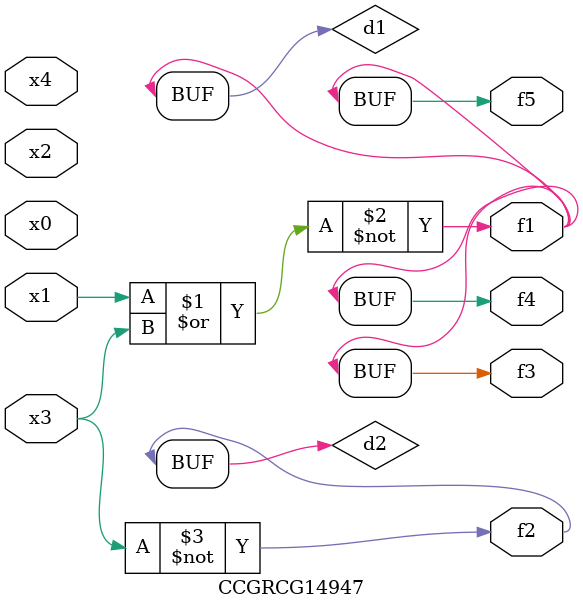
<source format=v>
module CCGRCG14947(
	input x0, x1, x2, x3, x4,
	output f1, f2, f3, f4, f5
);

	wire d1, d2;

	nor (d1, x1, x3);
	not (d2, x3);
	assign f1 = d1;
	assign f2 = d2;
	assign f3 = d1;
	assign f4 = d1;
	assign f5 = d1;
endmodule

</source>
